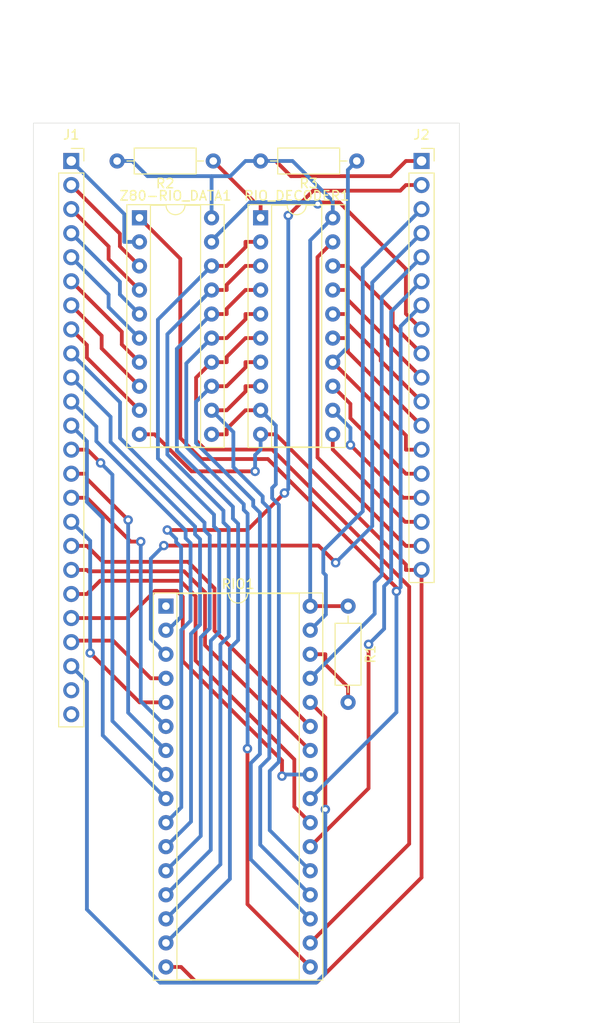
<source format=kicad_pcb>
(kicad_pcb (version 20221018) (generator pcbnew)
  (layers (0 "F.Cu" signal) (31 "B.Cu" signal) (34 "B.Paste" user) (35 "F.Paste" user) (36 "B.SilkS" user "B.Silkscreen") (37 "F.SilkS" user "F.Silkscreen") (38 "B.Mask" user) (39 "F.Mask" user) (44 "Edge.Cuts" user))
  (net 0 "")
  (net 1 "/RIO-128K_ZXspectrum/Z80_D0")
  (net 2 "/RIO-128K_ZXspectrum/Z80_D1")
  (net 3 "/RIO-128K_ZXspectrum/Z80_D2")
  (net 4 "/RIO-128K_ZXspectrum/Z80_D3")
  (net 5 "/RIO-128K_ZXspectrum/Z80_D4")
  (net 6 "/RIO-128K_ZXspectrum/Z80_D5")
  (net 7 "/RIO-128K_ZXspectrum/Z80_D6")
  (net 8 "/RIO-128K_ZXspectrum/Z80_D7")
  (net 9 "/RIO-128K_ZXspectrum/Z80_A0")
  (net 10 "/RIO-128K_ZXspectrum/Z80_A1")
  (net 11 "/RIO-128K_ZXspectrum/Z80_A2")
  (net 12 "/RIO-128K_ZXspectrum/Z80_A3")
  (net 13 "/RIO-128K_ZXspectrum/Z80_A4")
  (net 14 "/RIO-128K_ZXspectrum/Z80_A5")
  (net 15 "/RIO-128K_ZXspectrum/Z80_A6")
  (net 16 "/RIO-128K_ZXspectrum/Z80_A7")
  (net 17 "/RIO-128K_ZXspectrum/Z80_A8")
  (net 18 "/RIO-128K_ZXspectrum/Z80_A9")
  (net 19 "/RIO-128K_ZXspectrum/Z80_A10")
  (net 20 "/RIO-128K_ZXspectrum/Z80_A11")
  (net 21 "/RIO-128K_ZXspectrum/Z80_A12")
  (net 22 "/RIO-128K_ZXspectrum/Z80_A13")
  (net 23 "/RIO-128K_ZXspectrum/Z80_A14")
  (net 24 "/RIO-128K_ZXspectrum/Z80_A15")
  (net 25 "+5V")
  (net 26 "/RIO-128K_ZXspectrum/RIO_CE2")
  (net 27 "Net-(RIO_DECODER1-A->B)")
  (net 28 "/RIO-128K_ZXspectrum/CACHE_DATASTATUS")
  (net 30 "/RIO-128K_ZXspectrum/RIO_CONTROL.A16")
  (net 31 "/RIO-128K_ZXspectrum/RIO_CONTROL.A14")
  (net 32 "/RIO-128K_ZXspectrum/ROM_D0")
  (net 33 "/RIO-128K_ZXspectrum/ROM_D1")
  (net 34 "/RIO-128K_ZXspectrum/ROM_D2")
  (net 35 "GND")
  (net 36 "/RIO-128K_ZXspectrum/ROM_D3")
  (net 37 "/RIO-128K_ZXspectrum/ROM_D4")
  (net 38 "/RIO-128K_ZXspectrum/ROM_D5")
  (net 39 "/RIO-128K_ZXspectrum/ROM_D6")
  (net 40 "/RIO-128K_ZXspectrum/ROM_D7")
  (net 41 "/RIO-128K_ZXspectrum/RIO_CONTROL.CE")
  (net 42 "/RIO-128K_ZXspectrum/RIO_CONTROL.OE")
  (net 43 "/RIO-128K_ZXspectrum/RIO_CONTROL.WE")
  (net 44 "/RIO-128K_ZXspectrum/RIO_CONTROL.A15")
  (net 45 "/RIO-128K_ZXspectrum/Z80_HARDLOCK_SET")
  (net 46 "/RIO-128K_ZXspectrum/Z80_HARDLOCK_RESET")
  (net 47 "/RIO-128K_ZXspectrum/WAIT_IO")
  (net 48 "/RIO-128K_ZXspectrum/CACHE_SEL_3")
  (net 49 "/RIO-128K_ZXspectrum/CACHE_SEL_2")
  (net 50 "/RIO-128K_ZXspectrum/CACHE_SEL_1")
  (net 51 "/RIO-128K_ZXspectrum/CACHE_SEL_0")
  (net 52 "/RIO-128K_ZXspectrum/PERM_Z80_IORQ")
  (net 53 "/RIO-128K_ZXspectrum/RIO_CONTROL.ROM_RDY")
  (footprint "Package_DIP:DIP-20_W7.62mm_Socket" (layer "F.Cu") (at 135 76)
    (fp_text reference "RIO_DECODER1")
    (fp_text value "74HC245N")
  )
  (footprint "Resistor_THT:R_Axial_DIN0207_L6.3mm_D2.5mm_P10.16mm_Horizontal" (layer "F.Cu") (at 145.16 70 180)
    (fp_text reference "R3")
    (fp_text value "10K")
  )
  (footprint "Package_DIP:DIP-32_W15.24mm_Socket" (layer "F.Cu") (at 125 117)
    (fp_text reference "RIO1")
    (fp_text value "AS6C1008-55PCN")
  )
  (footprint "Package_DIP:DIP-20_W7.62mm_Socket" (layer "F.Cu") (at 122.2 76)
    (fp_text reference "Z80-RIO_DATA1")
    (fp_text value "74HC245N")
  )
  (footprint "Connector_PinSocket_2.54mm:PinSocket_1x24_P2.54mm_Vertical" (layer "F.Cu") (at 115 70)
    (fp_text reference "J1")
    (fp_text value "Conn_01x24_Socket")
  )
  (footprint "Connector_PinSocket_2.54mm:PinSocket_1x18_P2.54mm_Vertical" (layer "F.Cu") (at 152 70)
    (fp_text reference "J2")
    (fp_text value "Conn_01x18_Socket")
  )
  (footprint "Resistor_THT:R_Axial_DIN0207_L6.3mm_D2.5mm_P10.16mm_Horizontal" (layer "F.Cu") (at 144.24 117 -90)
    (fp_text reference "R1")
    (fp_text value "10K")
  )
  (footprint "Resistor_THT:R_Axial_DIN0207_L6.3mm_D2.5mm_P10.16mm_Horizontal" (layer "F.Cu") (at 130 70 180)
    (fp_text reference "R2")
    (fp_text value "10K")
  )
  (gr_rect (start 111 66) (end 156 161) (stroke (width 0.05)) (fill none) (layer "Edge.Cuts"))
  (segment (start 122.2 78.54) (end 120.5999 78.54) (width 0.4) (layer "B.Cu") (net 1))
  (segment (start 115 70) (end 120.5999 75.5999) (width 0.4) (layer "B.Cu") (net 1))
  (segment (start 120.5999 75.5999) (end 120.5999 78.54) (width 0.4) (layer "B.Cu") (net 1))
  (segment (start 120.1347 79.0147) (end 122.2 81.08) (width 0.4) (layer "F.Cu") (net 2))
  (segment (start 115 72.54) (end 120.1347 77.6747) (width 0.4) (layer "F.Cu") (net 2))
  (segment (start 120.1347 77.6747) (end 120.1347 79.0147) (width 0.4) (layer "F.Cu") (net 2))
  (segment (start 118.9417 80.3617) (end 122.2 83.62) (width 0.4) (layer "F.Cu") (net 3))
  (segment (start 118.9417 79.0217) (end 118.9417 80.3617) (width 0.4) (layer "F.Cu") (net 3))
  (segment (start 115 75.08) (end 118.9417 79.0217) (width 0.4) (layer "F.Cu") (net 3))
  (segment (start 115 77.62) (end 120.1347 82.7547) (width 0.4) (layer "B.Cu") (net 4))
  (segment (start 120.1347 82.7547) (end 120.1347 84.0947) (width 0.4) (layer "B.Cu") (net 4))
  (segment (start 120.1347 84.0947) (end 122.2 86.16) (width 0.4) (layer "B.Cu") (net 4))
  (segment (start 118.9417 85.4417) (end 122.2 88.7) (width 0.4) (layer "B.Cu") (net 5))
  (segment (start 118.9417 84.1017) (end 118.9417 85.4417) (width 0.4) (layer "B.Cu") (net 5))
  (segment (start 115 80.16) (end 118.9417 84.1017) (width 0.4) (layer "B.Cu") (net 5))
  (segment (start 115 82.7) (end 120.3357 88.0357) (width 0.4) (layer "F.Cu") (net 6))
  (segment (start 120.3357 88.0357) (end 120.3357 89.3757) (width 0.4) (layer "F.Cu") (net 6))
  (segment (start 120.3357 89.3757) (end 122.2 91.24) (width 0.4) (layer "F.Cu") (net 6))
  (segment (start 118.2083 89.7883) (end 122.2 93.78) (width 0.4) (layer "F.Cu") (net 7))
  (segment (start 115 85.24) (end 118.2083 88.4483) (width 0.4) (layer "F.Cu") (net 7))
  (segment (start 118.2083 88.4483) (end 118.2083 89.7883) (width 0.4) (layer "F.Cu") (net 7))
  (segment (start 116.6502 89.4302) (end 116.6502 90.7702) (width 0.4) (layer "F.Cu") (net 8))
  (segment (start 116.6502 90.7702) (end 122.2 96.32) (width 0.4) (layer "F.Cu") (net 8))
  (segment (start 115 87.78) (end 116.6502 89.4302) (width 0.4) (layer "F.Cu") (net 8))
  (segment (start 120.1507 99.261) (end 120.1507 95.4707) (width 0.4) (layer "B.Cu") (net 9))
  (segment (start 129.6242 109.542) (end 129.0764 108.9942) (width 0.4) (layer "B.Cu") (net 9))
  (segment (start 129.6242 119.3502) (end 129.6242 109.542) (width 0.4) (layer "B.Cu") (net 9))
  (segment (start 129.0764 108.1867) (end 120.1507 99.261) (width 0.4) (layer "B.Cu") (net 9))
  (segment (start 128.6749 120.2995) (end 129.6242 119.3502) (width 0.4) (layer "B.Cu") (net 9))
  (segment (start 120.1507 95.4707) (end 115 90.32) (width 0.4) (layer "B.Cu") (net 9))
  (segment (start 125 144.94) (end 128.6749 141.2651) (width 0.4) (layer "B.Cu") (net 9))
  (segment (start 129.0764 108.9942) (end 129.0764 108.1867) (width 0.4) (layer "B.Cu") (net 9))
  (segment (start 128.6749 141.2651) (end 128.6749 120.2995) (width 0.4) (layer "B.Cu") (net 9))
  (segment (start 128.0763 108.6009) (end 119.1506 99.6752) (width 0.4) (layer "B.Cu") (net 10))
  (segment (start 119.1506 97.0106) (end 115 92.86) (width 0.4) (layer "B.Cu") (net 10))
  (segment (start 119.1506 99.6752) (end 119.1506 97.0106) (width 0.4) (layer "B.Cu") (net 10))
  (segment (start 127.6477 139.7523) (end 127.6477 119.9124) (width 0.4) (layer "B.Cu") (net 10))
  (segment (start 125 142.4) (end 127.6477 139.7523) (width 0.4) (layer "B.Cu") (net 10))
  (segment (start 128.6003 109.9324) (end 128.0763 109.4084) (width 0.4) (layer "B.Cu") (net 10))
  (segment (start 128.0763 109.4084) (end 128.0763 108.6009) (width 0.4) (layer "B.Cu") (net 10))
  (segment (start 127.6477 119.9124) (end 128.6003 118.9598) (width 0.4) (layer "B.Cu") (net 10))
  (segment (start 128.6003 118.9598) (end 128.6003 109.9324) (width 0.4) (layer "B.Cu") (net 10))
  (segment (start 126.6239 138.2361) (end 126.6239 119.5219) (width 0.4) (layer "B.Cu") (net 11))
  (segment (start 125 139.86) (end 126.6239 138.2361) (width 0.4) (layer "B.Cu") (net 11))
  (segment (start 127.0762 109.8226) (end 127.0762 109.0151) (width 0.4) (layer "B.Cu") (net 11))
  (segment (start 117.6503 99.5892) (end 117.6503 98.0503) (width 0.4) (layer "B.Cu") (net 11))
  (segment (start 127.0762 109.0151) (end 117.6503 99.5892) (width 0.4) (layer "B.Cu") (net 11))
  (segment (start 117.6503 98.0503) (end 115 95.4) (width 0.4) (layer "B.Cu") (net 11))
  (segment (start 127.6002 110.3466) (end 127.0762 109.8226) (width 0.4) (layer "B.Cu") (net 11))
  (segment (start 127.6002 118.5456) (end 127.6002 110.3466) (width 0.4) (layer "B.Cu") (net 11))
  (segment (start 126.6239 119.5219) (end 127.6002 118.5456) (width 0.4) (layer "B.Cu") (net 11))
  (segment (start 116.6502 99.5902) (end 116.6502 106.012) (width 0.4) (layer "B.Cu") (net 12))
  (segment (start 118.3219 130.6419) (end 125 137.32) (width 0.4) (layer "B.Cu") (net 12))
  (segment (start 118.3219 107.6837) (end 118.3219 130.6419) (width 0.4) (layer "B.Cu") (net 12))
  (segment (start 115 97.94) (end 116.6502 99.5902) (width 0.4) (layer "B.Cu") (net 12))
  (segment (start 116.6502 106.012) (end 118.3219 107.6837) (width 0.4) (layer "B.Cu") (net 12))
  (segment (start 115 100.48) (end 116.7024 100.48) (width 0.4) (layer "F.Cu") (net 13))
  (segment (start 116.7024 100.48) (end 118.0985 101.8761) (width 0.4) (layer "F.Cu") (net 13))
  (via (at 118.0985 101.8761) (size 1) (drill 0.5) (layers "F.Cu" "B.Cu") (net 13))
  (segment (start 125 134.78) (end 119.346 129.126) (width 0.4) (layer "B.Cu") (net 13))
  (segment (start 119.346 103.1236) (end 118.0985 101.8761) (width 0.4) (layer "B.Cu") (net 13))
  (segment (start 119.346 129.126) (end 119.346 103.1236) (width 0.4) (layer "B.Cu") (net 13))
  (segment (start 116.6501 103.5501) (end 121.0094 107.9094) (width 0.4) (layer "F.Cu") (net 14))
  (segment (start 116.6501 103.02) (end 116.6501 103.5501) (width 0.4) (layer "F.Cu") (net 14))
  (segment (start 115 103.02) (end 116.6501 103.02) (width 0.4) (layer "F.Cu") (net 14))
  (via (at 121.0094 107.9094) (size 1) (drill 0.5) (layers "F.Cu" "B.Cu") (net 14))
  (segment (start 125 132.24) (end 121.0094 128.2494) (width 0.4) (layer "B.Cu") (net 14))
  (segment (start 121.0094 128.2494) (end 121.0094 107.9094) (width 0.4) (layer "B.Cu") (net 14))
  (segment (start 121.2754 110.1853) (end 122.3355 110.1853) (width 0.4) (layer "F.Cu") (net 15))
  (segment (start 116.6501 105.56) (end 121.2754 110.1853) (width 0.4) (layer "F.Cu") (net 15))
  (segment (start 115 105.56) (end 116.6501 105.56) (width 0.4) (layer "F.Cu") (net 15))
  (via (at 122.3355 110.1853) (size 1) (drill 0.5) (layers "F.Cu" "B.Cu") (net 15))
  (segment (start 122.3355 127.0355) (end 122.3355 110.1853) (width 0.4) (layer "B.Cu") (net 15))
  (segment (start 125 129.7) (end 122.3355 127.0355) (width 0.4) (layer "B.Cu") (net 15))
  (segment (start 122.2155 127.16) (end 125 127.16) (width 0.4) (layer "F.Cu") (net 16))
  (segment (start 116.9979 121.9424) (end 122.2155 127.16) (width 0.4) (layer "F.Cu") (net 16))
  (via (at 116.9979 121.9424) (size 1) (drill 0.5) (layers "F.Cu" "B.Cu") (net 16))
  (segment (start 115 108.1) (end 116.9979 110.0979) (width 0.4) (layer "B.Cu") (net 16))
  (segment (start 116.9979 110.0979) (end 116.9979 121.9424) (width 0.4) (layer "B.Cu") (net 16))
  (segment (start 130.1294 119.5894) (end 130.1294 115.121) (width 0.4) (layer "F.Cu") (net 17))
  (segment (start 130.1294 115.121) (end 127.3312 112.3228) (width 0.4) (layer "F.Cu") (net 17))
  (segment (start 127.3312 112.3228) (end 118.3329 112.3228) (width 0.4) (layer "F.Cu") (net 17))
  (segment (start 118.3329 112.3228) (end 116.6501 110.64) (width 0.4) (layer "F.Cu") (net 17))
  (segment (start 140.24 129.7) (end 130.1294 119.5894) (width 0.4) (layer "F.Cu") (net 17))
  (segment (start 115 110.64) (end 116.6501 110.64) (width 0.4) (layer "F.Cu") (net 17))
  (segment (start 129.1293 121.1293) (end 129.1293 115.5352) (width 0.4) (layer "F.Cu") (net 18))
  (segment (start 126.917 113.3229) (end 116.793 113.3229) (width 0.4) (layer "F.Cu") (net 18))
  (segment (start 116.793 113.3229) (end 116.6501 113.18) (width 0.4) (layer "F.Cu") (net 18))
  (segment (start 129.1293 115.5352) (end 126.917 113.3229) (width 0.4) (layer "F.Cu") (net 18))
  (segment (start 140.24 132.24) (end 129.1293 121.1293) (width 0.4) (layer "F.Cu") (net 18))
  (segment (start 115 113.18) (end 116.6501 113.18) (width 0.4) (layer "F.Cu") (net 18))
  (segment (start 140.24 139.86) (end 138.5633 138.1833) (width 0.4) (layer "F.Cu") (net 19))
  (segment (start 126.5027 114.323) (end 118.0471 114.323) (width 0.4) (layer "F.Cu") (net 19))
  (segment (start 118.0471 114.323) (end 116.6501 115.72) (width 0.4) (layer "F.Cu") (net 19))
  (segment (start 115 115.72) (end 116.6501 115.72) (width 0.4) (layer "F.Cu") (net 19))
  (segment (start 128.1291 122.7498) (end 128.1291 115.9494) (width 0.4) (layer "F.Cu") (net 19))
  (segment (start 128.1291 115.9494) (end 126.5027 114.323) (width 0.4) (layer "F.Cu") (net 19))
  (segment (start 138.5633 133.184) (end 128.1291 122.7498) (width 0.4) (layer "F.Cu") (net 19))
  (segment (start 138.5633 138.1833) (end 138.5633 133.184) (width 0.4) (layer "F.Cu") (net 19))
  (segment (start 120.9736 118.26) (end 123.848 115.3856) (width 0.4) (layer "F.Cu") (net 20))
  (segment (start 137.2632 133.2982) (end 137.2632 134.9471) (width 0.4) (layer "F.Cu") (net 20))
  (segment (start 126.7756 116.0102) (end 126.7756 122.8106) (width 0.4) (layer "F.Cu") (net 20))
  (segment (start 126.151 115.3856) (end 126.7756 116.0102) (width 0.4) (layer "F.Cu") (net 20))
  (segment (start 126.7756 122.8106) (end 137.2632 133.2982) (width 0.4) (layer "F.Cu") (net 20))
  (segment (start 115 118.26) (end 120.9736 118.26) (width 0.4) (layer "F.Cu") (net 20))
  (segment (start 123.848 115.3856) (end 126.151 115.3856) (width 0.4) (layer "F.Cu") (net 20))
  (via (at 137.2632 134.9471) (size 1) (drill 0.5) (layers "F.Cu" "B.Cu") (net 20))
  (segment (start 137.4303 134.78) (end 140.24 134.78) (width 0.4) (layer "B.Cu") (net 20))
  (segment (start 137.2632 134.9471) (end 137.4303 134.78) (width 0.4) (layer "B.Cu") (net 20))
  (segment (start 123.3999 124.62) (end 119.4222 120.6423) (width 0.4) (layer "F.Cu") (net 21))
  (segment (start 115.1577 120.6423) (end 115 120.8) (width 0.4) (layer "F.Cu") (net 21))
  (segment (start 125 124.62) (end 123.3999 124.62) (width 0.4) (layer "F.Cu") (net 21))
  (segment (start 119.4222 120.6423) (end 115.1577 120.6423) (width 0.4) (layer "F.Cu") (net 21))
  (segment (start 141.8401 128.7601) (end 141.8401 138.4666) (width 0.4) (layer "F.Cu") (net 22))
  (segment (start 140.24 127.16) (end 141.8401 128.7601) (width 0.4) (layer "F.Cu") (net 22))
  (via (at 141.8401 138.4666) (size 1) (drill 0.5) (layers "F.Cu" "B.Cu") (net 22))
  (segment (start 116.6502 149.0223) (end 124.382 156.7541) (width 0.4) (layer "B.Cu") (net 22))
  (segment (start 124.382 156.7541) (end 140.8739 156.7541) (width 0.4) (layer "B.Cu") (net 22))
  (segment (start 141.8401 155.7879) (end 141.8401 138.4666) (width 0.4) (layer "B.Cu") (net 22))
  (segment (start 116.6502 124.9902) (end 116.6502 149.0223) (width 0.4) (layer "B.Cu") (net 22))
  (segment (start 115 123.34) (end 116.6502 124.9902) (width 0.4) (layer "B.Cu") (net 22))
  (segment (start 140.8739 156.7541) (end 141.8401 155.7879) (width 0.4) (layer "B.Cu") (net 22))
  (segment (start 150.3499 70) (end 148.749 71.6009) (width 0.4) (layer "F.Cu") (net 25))
  (segment (start 148.749 71.6009) (end 138.201 71.6009) (width 0.4) (layer "F.Cu") (net 25))
  (segment (start 138.201 71.6009) (end 136.6001 70) (width 0.4) (layer "F.Cu") (net 25))
  (segment (start 152 70) (end 150.3499 70) (width 0.4) (layer "F.Cu") (net 25))
  (segment (start 144.24 117) (end 140.24 117) (width 0.4) (layer "F.Cu") (net 25))
  (segment (start 135 70) (end 136.6001 70) (width 0.4) (layer "F.Cu") (net 25))
  (segment (start 129.82 71.6022) (end 123.0423 71.6022) (width 0.4) (layer "B.Cu") (net 25))
  (segment (start 138.3728 70) (end 135 70) (width 0.4) (layer "B.Cu") (net 25))
  (segment (start 135 70) (end 133.3999 70) (width 0.4) (layer "B.Cu") (net 25))
  (segment (start 129.82 71.6022) (end 129.82 76) (width 0.4) (layer "B.Cu") (net 25))
  (segment (start 142.62 74.2472) (end 138.3728 70) (width 0.4) (layer "B.Cu") (net 25))
  (segment (start 142.62 74.3999) (end 142.62 74.2472) (width 0.4) (layer "B.Cu") (net 25))
  (segment (start 131.7977 71.6022) (end 129.82 71.6022) (width 0.4) (layer "B.Cu") (net 25))
  (segment (start 140.24 78.38) (end 142.62 76) (width 0.4) (layer "B.Cu") (net 25))
  (segment (start 140.24 117) (end 140.24 115.3999) (width 0.4) (layer "B.Cu") (net 25))
  (segment (start 119.84 70) (end 121.4401 70) (width 0.4) (layer "B.Cu") (net 25))
  (segment (start 142.62 75.6717) (end 142.62 76) (width 0.4) (layer "B.Cu") (net 25))
  (segment (start 123.0423 71.6022) (end 121.4401 70) (width 0.4) (layer "B.Cu") (net 25))
  (segment (start 133.3999 70) (end 131.7977 71.6022) (width 0.4) (layer "B.Cu") (net 25))
  (segment (start 142.62 75.6717) (end 142.62 74.3999) (width 0.4) (layer "B.Cu") (net 25))
  (segment (start 140.24 115.3999) (end 140.24 78.38) (width 0.4) (layer "B.Cu") (net 25))
  (segment (start 141.8401 123.16) (end 141.8401 122.08) (width 0.4) (layer "F.Cu") (net 26))
  (segment (start 144.24 125.5599) (end 141.8401 123.16) (width 0.4) (layer "F.Cu") (net 26))
  (segment (start 140.24 122.08) (end 141.8401 122.08) (width 0.4) (layer "F.Cu") (net 26))
  (segment (start 144.24 127.16) (end 144.24 125.5599) (width 0.4) (layer "F.Cu") (net 26))
  (segment (start 135 76) (end 135 74.3999) (width 0.4) (layer "F.Cu") (net 27))
  (segment (start 130 70) (end 134.3999 74.3999) (width 0.4) (layer "F.Cu") (net 27))
  (segment (start 134.3999 74.3999) (end 135 74.3999) (width 0.4) (layer "F.Cu") (net 27))
  (segment (start 150.3499 98.9699) (end 142.62 91.24) (width 0.4) (layer "F.Cu") (net 28))
  (segment (start 152 100.48) (end 150.3499 100.48) (width 0.4) (layer "F.Cu") (net 28))
  (segment (start 150.3499 100.48) (end 150.3499 98.9699) (width 0.4) (layer "F.Cu") (net 28))
  (segment (start 144.2202 89.6398) (end 144.2202 70.9398) (width 0.4) (layer "B.Cu") (net 28))
  (segment (start 144.2202 70.9398) (end 145.16 70) (width 0.4) (layer "B.Cu") (net 28))
  (segment (start 142.62 91.24) (end 144.2202 89.6398) (width 0.4) (layer "B.Cu") (net 28))
  (segment (start 149.7558 73.1341) (end 140.5466 73.1341) (width 0.4) (layer "F.Cu") (net 30))
  (segment (start 137.5207 105.0571) (end 133.6136 108.9642) (width 0.4) (layer "F.Cu") (net 30))
  (segment (start 133.6136 108.9642) (end 125.1425 108.9642) (width 0.4) (layer "F.Cu") (net 30))
  (segment (start 152 72.54) (end 150.3499 72.54) (width 0.4) (layer "F.Cu") (net 30))
  (segment (start 150.3499 72.54) (end 149.7558 73.1341) (width 0.4) (layer "F.Cu") (net 30))
  (segment (start 140.5466 73.1341) (end 137.9249 75.7558) (width 0.4) (layer "F.Cu") (net 30))
  (via (at 125.1425 108.9642) (size 1) (drill 0.5) (layers "F.Cu" "B.Cu") (net 30))
  (via (at 137.9249 75.7558) (size 1) (drill 0.5) (layers "F.Cu" "B.Cu") (net 30))
  (via (at 137.5207 105.0571) (size 1) (drill 0.5) (layers "F.Cu" "B.Cu") (net 30))
  (segment (start 137.5207 105.0571) (end 137.9249 104.6529) (width 0.4) (layer "B.Cu") (net 30))
  (segment (start 126.0761 109.8978) (end 125.1425 108.9642) (width 0.4) (layer "B.Cu") (net 30))
  (segment (start 137.9249 104.6529) (end 137.9249 75.7558) (width 0.4) (layer "B.Cu") (net 30))
  (segment (start 126.0761 110.2368) (end 126.0761 109.8978) (width 0.4) (layer "B.Cu") (net 30))
  (segment (start 125.1915 119.54) (end 126.6001 118.1314) (width 0.4) (layer "B.Cu") (net 30))
  (segment (start 126.6001 110.7608) (end 126.0761 110.2368) (width 0.4) (layer "B.Cu") (net 30))
  (segment (start 125 119.54) (end 125.1915 119.54) (width 0.4) (layer "B.Cu") (net 30))
  (segment (start 126.6001 118.1314) (end 126.6001 110.7608) (width 0.4) (layer "B.Cu") (net 30))
  (segment (start 141.1143 110.6064) (end 124.7759 110.6064) (width 0.4) (layer "F.Cu") (net 31))
  (segment (start 142.9242 112.4163) (end 141.1143 110.6064) (width 0.4) (layer "F.Cu") (net 31))
  (via (at 124.7759 110.6064) (size 1) (drill 0.5) (layers "F.Cu" "B.Cu") (net 31))
  (via (at 142.9242 112.4163) (size 1) (drill 0.5) (layers "F.Cu" "B.Cu") (net 31))
  (segment (start 142.9242 112.4163) (end 146.791 108.5495) (width 0.4) (layer "B.Cu") (net 31))
  (segment (start 123.3999 120.4799) (end 125 122.08) (width 0.4) (layer "B.Cu") (net 31))
  (segment (start 146.791 82.829) (end 152 77.62) (width 0.4) (layer "B.Cu") (net 31))
  (segment (start 124.7759 110.6064) (end 123.3999 111.9824) (width 0.4) (layer "B.Cu") (net 31))
  (segment (start 123.3999 111.9824) (end 123.3999 120.4799) (width 0.4) (layer "B.Cu") (net 31))
  (segment (start 146.791 108.5495) (end 146.791 82.829) (width 0.4) (layer "B.Cu") (net 31))
  (segment (start 135 78.54) (end 133.3999 78.54) (width 0.4) (layer "F.Cu") (net 32))
  (segment (start 129.82 81.08) (end 131.4201 81.08) (width 0.4) (layer "F.Cu") (net 32))
  (segment (start 133.3999 79.1002) (end 133.3999 78.54) (width 0.4) (layer "F.Cu") (net 32))
  (segment (start 131.4201 81.08) (end 133.3999 79.1002) (width 0.4) (layer "F.Cu") (net 32))
  (segment (start 130.6243 119.7644) (end 130.6243 109.1278) (width 0.4) (layer "B.Cu") (net 32))
  (segment (start 124.1515 101.4121) (end 124.1515 86.7485) (width 0.4) (layer "B.Cu") (net 32))
  (segment (start 129.7349 142.7451) (end 129.7349 120.6538) (width 0.4) (layer "B.Cu") (net 32))
  (segment (start 129.7349 120.6538) (end 130.6243 119.7644) (width 0.4) (layer "B.Cu") (net 32))
  (segment (start 124.1515 86.7485) (end 129.82 81.08) (width 0.4) (layer "B.Cu") (net 32))
  (segment (start 125 147.48) (end 129.7349 142.7451) (width 0.4) (layer "B.Cu") (net 32))
  (segment (start 130.0765 108.58) (end 130.0765 107.3371) (width 0.4) (layer "B.Cu") (net 32))
  (segment (start 130.6243 109.1278) (end 130.0765 108.58) (width 0.4) (layer "B.Cu") (net 32))
  (segment (start 130.0765 107.3371) (end 124.1515 101.4121) (width 0.4) (layer "B.Cu") (net 32))
  (segment (start 129.82 83.62) (end 131.4201 83.62) (width 0.4) (layer "F.Cu") (net 33))
  (segment (start 131.4201 83.0598) (end 133.3999 81.08) (width 0.4) (layer "F.Cu") (net 33))
  (segment (start 131.4201 83.62) (end 131.4201 83.0598) (width 0.4) (layer "F.Cu") (net 33))
  (segment (start 135 81.08) (end 133.3999 81.08) (width 0.4) (layer "F.Cu") (net 33))
  (segment (start 131.6244 120.1786) (end 131.6244 108.7136) (width 0.4) (layer "B.Cu") (net 33))
  (segment (start 131.0766 108.1658) (end 131.0766 106.9228) (width 0.4) (layer "B.Cu") (net 33))
  (segment (start 125.1516 88.2884) (end 129.82 83.62) (width 0.4) (layer "B.Cu") (net 33))
  (segment (start 131.6244 108.7136) (end 131.0766 108.1658) (width 0.4) (layer "B.Cu") (net 33))
  (segment (start 125.1516 100.9978) (end 125.1516 88.2884) (width 0.4) (layer "B.Cu") (net 33))
  (segment (start 125 150.02) (end 130.7538 144.2662) (width 0.4) (layer "B.Cu") (net 33))
  (segment (start 130.7538 144.2662) (end 130.7538 121.0492) (width 0.4) (layer "B.Cu") (net 33))
  (segment (start 131.0766 106.9228) (end 125.1516 100.9978) (width 0.4) (layer "B.Cu") (net 33))
  (segment (start 130.7538 121.0492) (end 131.6244 120.1786) (width 0.4) (layer "B.Cu") (net 33))
  (segment (start 135 83.62) (end 133.3999 83.62) (width 0.4) (layer "F.Cu") (net 34))
  (segment (start 131.4201 85.5998) (end 133.3999 83.62) (width 0.4) (layer "F.Cu") (net 34))
  (segment (start 131.4201 86.16) (end 131.4201 85.5998) (width 0.4) (layer "F.Cu") (net 34))
  (segment (start 129.82 86.16) (end 131.4201 86.16) (width 0.4) (layer "F.Cu") (net 34))
  (segment (start 126.1517 89.8283) (end 129.82 86.16) (width 0.4) (layer "B.Cu") (net 34))
  (segment (start 132.6245 120.5928) (end 132.6245 108.2994) (width 0.4) (layer "B.Cu") (net 34))
  (segment (start 131.7539 145.8061) (end 131.7539 121.4634) (width 0.4) (layer "B.Cu") (net 34))
  (segment (start 132.0767 106.5086) (end 126.1517 100.5836) (width 0.4) (layer "B.Cu") (net 34))
  (segment (start 131.7539 121.4634) (end 132.6245 120.5928) (width 0.4) (layer "B.Cu") (net 34))
  (segment (start 125 152.56) (end 131.7539 145.8061) (width 0.4) (layer "B.Cu") (net 34))
  (segment (start 132.0767 107.7516) (end 132.0767 106.5086) (width 0.4) (layer "B.Cu") (net 34))
  (segment (start 126.1517 100.5836) (end 126.1517 89.8283) (width 0.4) (layer "B.Cu") (net 34))
  (segment (start 132.6245 108.2994) (end 132.0767 107.7516) (width 0.4) (layer "B.Cu") (net 34))
  (segment (start 152 113.18) (end 152 114.8301) (width 0.4) (layer "F.Cu") (net 35))
  (segment (start 125 155.1) (end 126.6001 155.1) (width 0.4) (layer "F.Cu") (net 35))
  (segment (start 126.6001 155.1) (end 128.2012 156.7011) (width 0.4) (layer "F.Cu") (net 35))
  (segment (start 140.9557 156.7011) (end 152 145.6568) (width 0.4) (layer "F.Cu") (net 35))
  (segment (start 122.2 98.86) (end 123.8001 98.86) (width 0.4) (layer "F.Cu") (net 35))
  (segment (start 123.8001 98.86) (end 127.7098 102.7697) (width 0.4) (layer "F.Cu") (net 35))
  (segment (start 150.3499 112.6098) (end 136.6001 98.86) (width 0.4) (layer "F.Cu") (net 35))
  (segment (start 152 113.18) (end 150.3499 113.18) (width 0.4) (layer "F.Cu") (net 35))
  (segment (start 135 98.86) (end 136.6001 98.86) (width 0.4) (layer "F.Cu") (net 35))
  (segment (start 127.7098 102.7697) (end 134.4194 102.7697) (width 0.4) (layer "F.Cu") (net 35))
  (segment (start 128.2012 156.7011) (end 140.9557 156.7011) (width 0.4) (layer "F.Cu") (net 35))
  (segment (start 150.3499 113.18) (end 150.3499 112.6098) (width 0.4) (layer "F.Cu") (net 35))
  (segment (start 152 145.6568) (end 152 114.8301) (width 0.4) (layer "F.Cu") (net 35))
  (via (at 134.4194 102.7697) (size 1) (drill 0.5) (layers "F.Cu" "B.Cu") (net 35))
  (segment (start 135 98.86) (end 135 100.4601) (width 0.4) (layer "B.Cu") (net 35))
  (segment (start 134.4194 102.7697) (end 134.4194 101.0407) (width 0.4) (layer "B.Cu") (net 35))
  (segment (start 134.4194 101.0407) (end 135 100.4601) (width 0.4) (layer "B.Cu") (net 35))
  (segment (start 131.4201 88.7) (end 133.3999 86.7202) (width 0.4) (layer "F.Cu") (net 36))
  (segment (start 135 86.16) (end 133.3999 86.16) (width 0.4) (layer "F.Cu") (net 36))
  (segment (start 129.82 88.7) (end 131.4201 88.7) (width 0.4) (layer "F.Cu") (net 36))
  (segment (start 133.3999 86.7202) (end 133.3999 86.16) (width 0.4) (layer "F.Cu") (net 36))
  (segment (start 133.612 148.472) (end 133.612 132.0481) (width 0.4) (layer "F.Cu") (net 36))
  (segment (start 140.24 155.1) (end 133.612 148.472) (width 0.4) (layer "F.Cu") (net 36))
  (via (at 133.612 132.0481) (size 1) (drill 0.5) (layers "F.Cu" "B.Cu") (net 36))
  (segment (start 133.2203 106.2379) (end 127.1518 100.1694) (width 0.4) (layer "B.Cu") (net 36))
  (segment (start 133.6246 132.0355) (end 133.6246 107.2425) (width 0.4) (layer "B.Cu") (net 36))
  (segment (start 127.1518 91.3682) (end 129.82 88.7) (width 0.4) (layer "B.Cu") (net 36))
  (segment (start 133.612 132.0481) (end 133.6246 132.0355) (width 0.4) (layer "B.Cu") (net 36))
  (segment (start 133.6246 107.2425) (end 133.2203 106.8382) (width 0.4) (layer "B.Cu") (net 36))
  (segment (start 127.1518 100.1694) (end 127.1518 91.3682) (width 0.4) (layer "B.Cu") (net 36))
  (segment (start 133.2203 106.8382) (end 133.2203 106.2379) (width 0.4) (layer "B.Cu") (net 36))
  (segment (start 131.4201 91.24) (end 131.4201 90.6798) (width 0.4) (layer "F.Cu") (net 37))
  (segment (start 129.1476 100.4695) (end 128.1849 99.5068) (width 0.4) (layer "F.Cu") (net 37))
  (segment (start 129.82 91.24) (end 131.4201 91.24) (width 0.4) (layer "F.Cu") (net 37))
  (segment (start 150.6964 142.1036) (end 150.6964 114.9447) (width 0.4) (layer "F.Cu") (net 37))
  (segment (start 136.2212 100.4695) (end 129.1476 100.4695) (width 0.4) (layer "F.Cu") (net 37))
  (segment (start 150.6964 114.9447) (end 136.2212 100.4695) (width 0.4) (layer "F.Cu") (net 37))
  (segment (start 131.4201 90.6798) (end 133.3999 88.7) (width 0.4) (layer "F.Cu") (net 37))
  (segment (start 140.24 152.56) (end 150.6964 142.1036) (width 0.4) (layer "F.Cu") (net 37))
  (segment (start 135 88.7) (end 133.3999 88.7) (width 0.4) (layer "F.Cu") (net 37))
  (segment (start 128.1849 99.5068) (end 128.1849 92.8751) (width 0.4) (layer "F.Cu") (net 37))
  (segment (start 128.1849 92.8751) (end 129.82 91.24) (width 0.4) (layer "F.Cu") (net 37))
  (segment (start 133.3999 91.8002) (end 133.3999 91.24) (width 0.4) (layer "F.Cu") (net 38))
  (segment (start 131.4201 93.78) (end 133.3999 91.8002) (width 0.4) (layer "F.Cu") (net 38))
  (segment (start 135 91.24) (end 133.3999 91.24) (width 0.4) (layer "F.Cu") (net 38))
  (segment (start 129.82 93.78) (end 131.4201 93.78) (width 0.4) (layer "F.Cu") (net 38))
  (segment (start 128.1742 99.7775) (end 134.2204 105.8237) (width 0.4) (layer "B.Cu") (net 38))
  (segment (start 128.1742 95.4258) (end 128.1742 99.7775) (width 0.4) (layer "B.Cu") (net 38))
  (segment (start 134.2204 106.424) (end 134.9246 107.1282) (width 0.4) (layer "B.Cu") (net 38))
  (segment (start 129.82 93.78) (end 128.1742 95.4258) (width 0.4) (layer "B.Cu") (net 38))
  (segment (start 133.9628 143.7428) (end 140.24 150.02) (width 0.4) (layer "B.Cu") (net 38))
  (segment (start 134.9246 107.1282) (end 134.9246 132.6184) (width 0.4) (layer "B.Cu") (net 38))
  (segment (start 134.2204 105.8237) (end 134.2204 106.424) (width 0.4) (layer "B.Cu") (net 38))
  (segment (start 133.9628 133.5802) (end 133.9628 143.7428) (width 0.4) (layer "B.Cu") (net 38))
  (segment (start 134.9246 132.6184) (end 133.9628 133.5802) (width 0.4) (layer "B.Cu") (net 38))
  (segment (start 129.82 96.32) (end 131.4201 96.32) (width 0.4) (layer "F.Cu") (net 39))
  (segment (start 131.4201 96.32) (end 133.3999 94.3402) (width 0.4) (layer "F.Cu") (net 39))
  (segment (start 133.3999 94.3402) (end 133.3999 93.78) (width 0.4) (layer "F.Cu") (net 39))
  (segment (start 135 93.78) (end 133.3999 93.78) (width 0.4) (layer "F.Cu") (net 39))
  (segment (start 132.1226 98.6226) (end 132.1226 102.3116) (width 0.4) (layer "B.Cu") (net 39))
  (segment (start 135.9247 133.0326) (end 134.9629 133.9944) (width 0.4) (layer "B.Cu") (net 39))
  (segment (start 134.9629 142.2029) (end 140.24 147.48) (width 0.4) (layer "B.Cu") (net 39))
  (segment (start 135.9247 106.714) (end 135.9247 133.0326) (width 0.4) (layer "B.Cu") (net 39))
  (segment (start 132.1226 102.3116) (end 135.2205 105.4095) (width 0.4) (layer "B.Cu") (net 39))
  (segment (start 135.2205 106.0098) (end 135.9247 106.714) (width 0.4) (layer "B.Cu") (net 39))
  (segment (start 134.9629 133.9944) (end 134.9629 142.2029) (width 0.4) (layer "B.Cu") (net 39))
  (segment (start 135.2205 105.4095) (end 135.2205 106.0098) (width 0.4) (layer "B.Cu") (net 39))
  (segment (start 129.82 96.32) (end 132.1226 98.6226) (width 0.4) (layer "B.Cu") (net 39))
  (segment (start 135 96.32) (end 133.3999 96.32) (width 0.4) (layer "F.Cu") (net 40))
  (segment (start 133.3999 96.32) (end 131.4201 98.2998) (width 0.4) (layer "F.Cu") (net 40))
  (segment (start 131.4201 98.2998) (end 131.4201 98.86) (width 0.4) (layer "F.Cu") (net 40))
  (segment (start 129.82 98.86) (end 131.4201 98.86) (width 0.4) (layer "F.Cu") (net 40))
  (segment (start 136.2206 105.5956) (end 136.9248 106.2998) (width 0.4) (layer "B.Cu") (net 40))
  (segment (start 136.2206 104.5186) (end 136.2206 105.5956) (width 0.4) (layer "B.Cu") (net 40))
  (segment (start 136.9248 133.4468) (end 135.9631 134.4085) (width 0.4) (layer "B.Cu") (net 40))
  (segment (start 136.9248 106.2998) (end 136.9248 133.4468) (width 0.4) (layer "B.Cu") (net 40))
  (segment (start 136.6057 104.1335) (end 136.2206 104.5186) (width 0.4) (layer "B.Cu") (net 40))
  (segment (start 135.9631 140.6631) (end 140.24 144.94) (width 0.4) (layer "B.Cu") (net 40))
  (segment (start 135 96.32) (end 136.6057 97.9257) (width 0.4) (layer "B.Cu") (net 40))
  (segment (start 136.6057 97.9257) (end 136.6057 104.1335) (width 0.4) (layer "B.Cu") (net 40))
  (segment (start 135.9631 134.4085) (end 135.9631 140.6631) (width 0.4) (layer "B.Cu") (net 40))
  (segment (start 140.24 142.4) (end 146.4047 136.2353) (width 0.4) (layer "F.Cu") (net 41))
  (segment (start 146.4047 136.2353) (end 146.4047 121.0358) (width 0.4) (layer "F.Cu") (net 41))
  (via (at 146.4047 121.0358) (size 1) (drill 0.5) (layers "F.Cu" "B.Cu") (net 41))
  (segment (start 152 82.7) (end 148.7912 85.9088) (width 0.4) (layer "B.Cu") (net 41))
  (segment (start 148.7912 114.159) (end 148.0489 114.9013) (width 0.4) (layer "B.Cu") (net 41))
  (segment (start 148.0489 114.9013) (end 148.0489 119.3916) (width 0.4) (layer "B.Cu") (net 41))
  (segment (start 148.0489 119.3916) (end 146.4047 121.0358) (width 0.4) (layer "B.Cu") (net 41))
  (segment (start 148.7912 85.9088) (end 148.7912 114.159) (width 0.4) (layer "B.Cu") (net 41))
  (segment (start 149.349 115.4398) (end 149.349 115.0467) (width 0.4) (layer "F.Cu") (net 42))
  (segment (start 126.5154 80.3154) (end 122.2 76) (width 0.4) (layer "F.Cu") (net 42))
  (segment (start 149.349 115.0467) (end 135.7719 101.4696) (width 0.4) (layer "F.Cu") (net 42))
  (segment (start 135.7719 101.4696) (end 128.7334 101.4696) (width 0.4) (layer "F.Cu") (net 42))
  (segment (start 128.7334 101.4696) (end 126.5154 99.2516) (width 0.4) (layer "F.Cu") (net 42))
  (segment (start 126.5154 99.2516) (end 126.5154 80.3154) (width 0.4) (layer "F.Cu") (net 42))
  (via (at 149.349 115.4398) (size 1) (drill 0.5) (layers "F.Cu" "B.Cu") (net 42))
  (segment (start 149.349 115.4398) (end 149.349 128.211) (width 0.4) (layer "B.Cu") (net 42))
  (segment (start 149.7913 114.9975) (end 149.349 115.4398) (width 0.4) (layer "B.Cu") (net 42))
  (segment (start 149.349 128.211) (end 140.24 137.32) (width 0.4) (layer "B.Cu") (net 42))
  (segment (start 152 85.24) (end 149.7913 87.4487) (width 0.4) (layer "B.Cu") (net 42))
  (segment (start 149.7913 87.4487) (end 149.7913 114.9975) (width 0.4) (layer "B.Cu") (net 42))
  (segment (start 152 80.16) (end 147.7911 84.3689) (width 0.4) (layer "B.Cu") (net 43))
  (segment (start 147.0488 114.4871) (end 147.0488 117.8112) (width 0.4) (layer "B.Cu") (net 43))
  (segment (start 147.7911 84.3689) (end 147.7911 113.7448) (width 0.4) (layer "B.Cu") (net 43))
  (segment (start 147.7911 113.7448) (end 147.0488 114.4871) (width 0.4) (layer "B.Cu") (net 43))
  (segment (start 147.0488 117.8112) (end 140.24 124.62) (width 0.4) (layer "B.Cu") (net 43))
  (segment (start 140.24 119.54) (end 141.8938 117.8862) (width 0.4) (layer "B.Cu") (net 44))
  (segment (start 141.624 113.4687) (end 141.624 111.1515) (width 0.4) (layer "B.Cu") (net 44))
  (segment (start 145.7909 106.9846) (end 145.7909 81.2891) (width 0.4) (layer "B.Cu") (net 44))
  (segment (start 141.624 111.1515) (end 145.7909 106.9846) (width 0.4) (layer "B.Cu") (net 44))
  (segment (start 141.8938 117.8862) (end 141.8938 113.7385) (width 0.4) (layer "B.Cu") (net 44))
  (segment (start 141.8938 113.7385) (end 141.624 113.4687) (width 0.4) (layer "B.Cu") (net 44))
  (segment (start 145.7909 81.2891) (end 152 75.08) (width 0.4) (layer "B.Cu") (net 44))
  (segment (start 150.2599 108.1) (end 150.3499 108.1) (width 0.4) (layer "F.Cu") (net 45))
  (segment (start 142.62 98.86) (end 142.62 100.4601) (width 0.4) (layer "F.Cu") (net 45))
  (segment (start 152 108.1) (end 150.3499 108.1) (width 0.4) (layer "F.Cu") (net 45))
  (segment (start 142.62 100.4601) (end 150.2599 108.1) (width 0.4) (layer "F.Cu") (net 45))
  (segment (start 152 105.56) (end 150.0659 105.56) (width 0.4) (layer "F.Cu") (net 46))
  (segment (start 150.0659 105.56) (end 144.4908 99.9849) (width 0.4) (layer "F.Cu") (net 46))
  (via (at 144.4908 99.9849) (size 1) (drill 0.5) (layers "F.Cu" "B.Cu") (net 46))
  (segment (start 144.4908 99.9849) (end 144.4908 98.1908) (width 0.4) (layer "B.Cu") (net 46))
  (segment (start 144.4908 98.1908) (end 142.62 96.32) (width 0.4) (layer "B.Cu") (net 46))
  (segment (start 144.4843 95.6443) (end 142.62 93.78) (width 0.4) (layer "F.Cu") (net 47))
  (segment (start 144.4843 97.1544) (end 144.4843 95.6443) (width 0.4) (layer "F.Cu") (net 47))
  (segment (start 152 103.02) (end 150.3499 103.02) (width 0.4) (layer "F.Cu") (net 47))
  (segment (start 150.3499 103.02) (end 144.4843 97.1544) (width 0.4) (layer "F.Cu") (net 47))
  (segment (start 142.62 88.7) (end 144.2201 88.7) (width 0.4) (layer "F.Cu") (net 48))
  (segment (start 152 97.94) (end 144.2201 90.1601) (width 0.4) (layer "F.Cu") (net 48))
  (segment (start 144.2201 90.1601) (end 144.2201 88.7) (width 0.4) (layer "F.Cu") (net 48))
  (segment (start 147.6906 90.6719) (end 147.6906 91.0906) (width 0.4) (layer "F.Cu") (net 49))
  (segment (start 144.2201 86.16) (end 144.2201 87.2014) (width 0.4) (layer "F.Cu") (net 49))
  (segment (start 147.6906 91.0906) (end 152 95.4) (width 0.4) (layer "F.Cu") (net 49))
  (segment (start 142.62 86.16) (end 144.2201 86.16) (width 0.4) (layer "F.Cu") (net 49))
  (segment (start 144.2201 87.2014) (end 147.6906 90.6719) (width 0.4) (layer "F.Cu") (net 49))
  (segment (start 142.62 83.62) (end 144.2201 83.62) (width 0.4) (layer "F.Cu") (net 50))
  (segment (start 144.2201 84.6614) (end 148.4511 88.8924) (width 0.4) (layer "F.Cu") (net 50))
  (segment (start 144.2201 83.62) (end 144.2201 84.6614) (width 0.4) (layer "F.Cu") (net 50))
  (segment (start 148.4511 89.3111) (end 152 92.86) (width 0.4) (layer "F.Cu") (net 50))
  (segment (start 148.4511 88.8924) (end 148.4511 89.3111) (width 0.4) (layer "F.Cu") (net 50))
  (segment (start 144.2201 81.08) (end 148.9511 85.811) (width 0.4) (layer "F.Cu") (net 51))
  (segment (start 142.62 81.08) (end 144.2201 81.08) (width 0.4) (layer "F.Cu") (net 51))
  (segment (start 148.9511 85.811) (end 148.9511 87.2711) (width 0.4) (layer "F.Cu") (net 51))
  (segment (start 148.9511 87.2711) (end 152 90.32) (width 0.4) (layer "F.Cu") (net 51))
  (segment (start 141.0124 80.1476) (end 142.62 78.54) (width 0.4) (layer "F.Cu") (net 52))
  (segment (start 150.3499 110.64) (end 141.0124 101.3025) (width 0.4) (layer "F.Cu") (net 52))
  (segment (start 152 110.64) (end 150.3499 110.64) (width 0.4) (layer "F.Cu") (net 52))
  (segment (start 141.0124 101.3025) (end 141.0124 80.1476) (width 0.4) (layer "F.Cu") (net 52))
  (segment (start 143.3334 74.3774) (end 141.1883 74.3774) (width 0.4) (layer "F.Cu") (net 53))
  (segment (start 150.3498 81.3938) (end 143.3334 74.3774) (width 0.4) (layer "F.Cu") (net 53))
  (segment (start 141.1883 74.3774) (end 141.0347 74.531) (width 0.4) (layer "F.Cu") (net 53))
  (segment (start 150.3498 86.1298) (end 150.3498 81.3938) (width 0.4) (layer "F.Cu") (net 53))
  (segment (start 152 87.78) (end 150.3498 86.1298) (width 0.4) (layer "F.Cu") (net 53))
  (via (at 141.0347 74.531) (size 1) (drill 0.5) (layers "F.Cu" "B.Cu") (net 53))
  (segment (start 129.82 78.4141) (end 133.8863 74.3478) (width 0.4) (layer "B.Cu") (net 53))
  (segment (start 133.8863 74.3478) (end 140.8515 74.3478) (width 0.4) (layer "B.Cu") (net 53))
  (segment (start 140.8515 74.3478) (end 141.0347 74.531) (width 0.4) (layer "B.Cu") (net 53))
  (segment (start 129.82 78.54) (end 129.82 78.4141) (width 0.4) (layer "B.Cu") (net 53))
)
</source>
